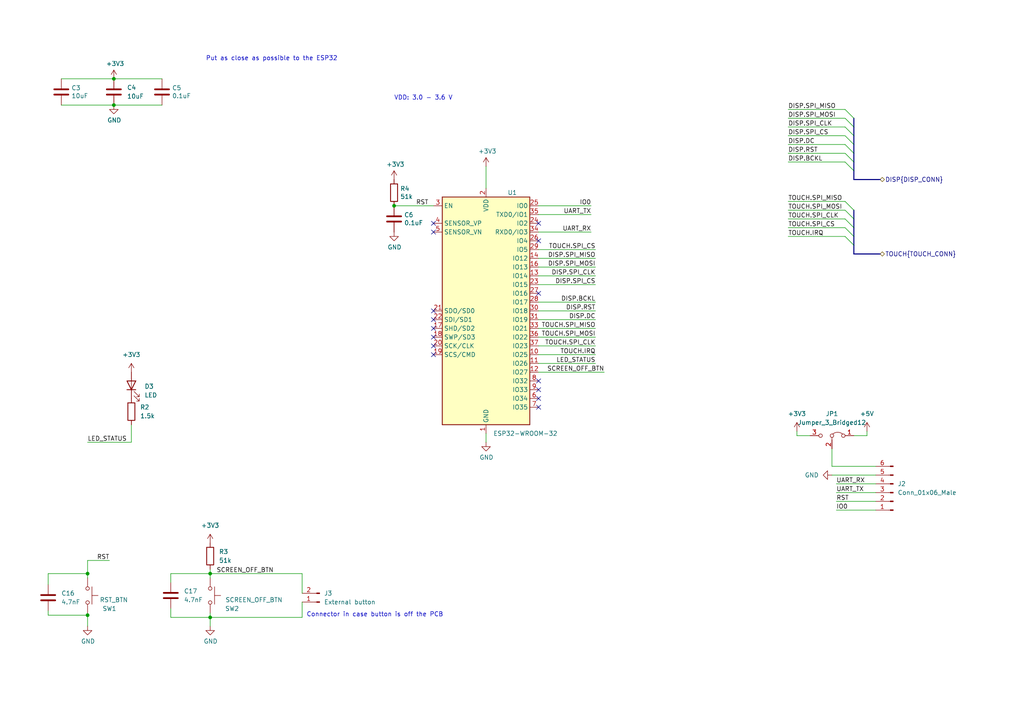
<source format=kicad_sch>
(kicad_sch (version 20211123) (generator eeschema)
  (paper "A4")
  (lib_symbols
    (symbol "Connector:Conn_01x02_Male" (pin_names (offset 1.016) hide)
      (property "Reference" "J" (at 0 2.54 0))
      (property "Value" "Conn_01x02_Male" (at 0 -5.08 0))
      (symbol "Conn_01x02_Male_1_1"
        (polyline (pts (xy 1.27 -2.54) (xy 0.8636 -2.54)) (stroke (width 0.1524)))
        (polyline (pts (xy 1.27 0) (xy 0.8636 0)) (stroke (width 0.1524)))
        (rectangle (start 0.8636 -2.413) (end 0 -2.667) (stroke (width 0.1524)) (fill (type outline)))
        (rectangle (start 0.8636 0.127) (end 0 -0.127) (stroke (width 0.1524)) (fill (type outline)))
        (pin passive line (at 5.08 0 180) (length 3.81) (name "Pin_1") (number "1"))
        (pin passive line (at 5.08 -2.54 180) (length 3.81) (name "Pin_2") (number "2"))
      )
    )
    (symbol "Connector:Conn_01x06_Male" (pin_names (offset 1.016) hide)
      (property "Reference" "J" (at 0 7.62 0))
      (property "Value" "Conn_01x06_Male" (at 0 -10.16 0))
      (symbol "Conn_01x06_Male_1_1"
        (polyline (pts (xy 1.27 -7.62) (xy 0.8636 -7.62)) (stroke (width 0.1524)))
        (polyline (pts (xy 1.27 -5.08) (xy 0.8636 -5.08)) (stroke (width 0.1524)))
        (polyline (pts (xy 1.27 -2.54) (xy 0.8636 -2.54)) (stroke (width 0.1524)))
        (polyline (pts (xy 1.27 0) (xy 0.8636 0)) (stroke (width 0.1524)))
        (polyline (pts (xy 1.27 2.54) (xy 0.8636 2.54)) (stroke (width 0.1524)))
        (polyline (pts (xy 1.27 5.08) (xy 0.8636 5.08)) (stroke (width 0.1524)))
        (rectangle (start 0.8636 -7.493) (end 0 -7.747) (stroke (width 0.1524)) (fill (type outline)))
        (rectangle (start 0.8636 -4.953) (end 0 -5.207) (stroke (width 0.1524)) (fill (type outline)))
        (rectangle (start 0.8636 -2.413) (end 0 -2.667) (stroke (width 0.1524)) (fill (type outline)))
        (rectangle (start 0.8636 0.127) (end 0 -0.127) (stroke (width 0.1524)) (fill (type outline)))
        (rectangle (start 0.8636 2.667) (end 0 2.413) (stroke (width 0.1524)) (fill (type outline)))
        (rectangle (start 0.8636 5.207) (end 0 4.953) (stroke (width 0.1524)) (fill (type outline)))
        (pin passive line (at 5.08 5.08 180) (length 3.81) (name "Pin_1") (number "1"))
        (pin passive line (at 5.08 2.54 180) (length 3.81) (name "Pin_2") (number "2"))
        (pin passive line (at 5.08 0 180) (length 3.81) (name "Pin_3") (number "3"))
        (pin passive line (at 5.08 -2.54 180) (length 3.81) (name "Pin_4") (number "4"))
        (pin passive line (at 5.08 -5.08 180) (length 3.81) (name "Pin_5") (number "5"))
        (pin passive line (at 5.08 -7.62 180) (length 3.81) (name "Pin_6") (number "6"))
      )
    )
    (symbol "Device:C" (pin_numbers hide) (pin_names (offset 0.254))
      (property "Reference" "C" (at 0.635 2.54 0))
      (property "Value" "C" (at 0.635 -2.54 0))
      (symbol "C_0_1"
        (polyline (pts (xy -2.032 -0.762) (xy 2.032 -0.762)) (stroke (width 0.508)))
        (polyline (pts (xy -2.032 0.762) (xy 2.032 0.762)) (stroke (width 0.508)))
      )
      (symbol "C_1_1"
        (pin passive line (at 0 3.81 270) (length 2.794) (name "~") (number "1"))
        (pin passive line (at 0 -3.81 90) (length 2.794) (name "~") (number "2"))
      )
    )
    (symbol "Device:LED" (pin_numbers hide) (pin_names (offset 1.016) hide)
      (property "Reference" "D" (at 0 2.54 0))
      (property "Value" "LED" (at 0 -2.54 0))
      (symbol "LED_0_1"
        (polyline (pts (xy -1.27 -1.27) (xy -1.27 1.27)) (stroke (width 0.254)))
        (polyline (pts (xy -1.27 0) (xy 1.27 0)))
        (polyline (pts (xy 1.27 -1.27) (xy 1.27 1.27) (xy -1.27 0) (xy 1.27 -1.27)) (stroke (width 0.254)))
        (polyline (pts (xy -3.048 -0.762) (xy -4.572 -2.286) (xy -3.81 -2.286) (xy -4.572 -2.286) (xy -4.572 -1.524)))
        (polyline (pts (xy -1.778 -0.762) (xy -3.302 -2.286) (xy -2.54 -2.286) (xy -3.302 -2.286) (xy -3.302 -1.524)))
      )
      (symbol "LED_1_1"
        (pin passive line (at -3.81 0 0) (length 2.54) (name "K") (number "1"))
        (pin passive line (at 3.81 0 180) (length 2.54) (name "A") (number "2"))
      )
    )
    (symbol "Device:R" (pin_numbers hide) (pin_names (offset 0))
      (property "Reference" "R" (at 2.032 0 90))
      (property "Value" "R" (at 0 0 90))
      (symbol "R_0_1"
        (rectangle (start -1.016 -2.54) (end 1.016 2.54) (stroke (width 0.254)))
      )
      (symbol "R_1_1"
        (pin passive line (at 0 3.81 270) (length 1.27) (name "~") (number "1"))
        (pin passive line (at 0 -3.81 90) (length 1.27) (name "~") (number "2"))
      )
    )
    (symbol "Jumper:Jumper_3_Bridged12" (pin_names (offset 0) hide)
      (property "Reference" "JP" (at -2.54 -2.54 0))
      (property "Value" "Jumper_3_Bridged12" (at 0 2.794 0))
      (symbol "Jumper_3_Bridged12_0_0"
        (circle (center -3.302 0) (radius 0.508))
        (circle (center 0 0) (radius 0.508))
        (circle (center 3.302 0) (radius 0.508))
      )
      (symbol "Jumper_3_Bridged12_0_1"
        (arc (start -0.254 0.508) (mid -1.651 0.9912) (end -3.048 0.508))
        (polyline (pts (xy 0 -1.27) (xy 0 -0.508)))
      )
      (symbol "Jumper_3_Bridged12_1_1"
        (pin passive line (at -6.35 0 0) (length 2.54) (name "A") (number "1"))
        (pin input line (at 0 -3.81 90) (length 2.54) (name "C") (number "2"))
        (pin passive line (at 6.35 0 180) (length 2.54) (name "B") (number "3"))
      )
    )
    (symbol "RF_Module:ESP32-WROOM-32"
      (property "Reference" "U" (at -12.7 34.29 0))
      (property "Value" "ESP32-WROOM-32" (at 1.27 34.29 0))
      (symbol "ESP32-WROOM-32_0_1"
        (rectangle (start -12.7 33.02) (end 12.7 -33.02) (stroke (width 0.254)) (fill (type background)))
      )
      (symbol "ESP32-WROOM-32_1_1"
        (pin power_in line (at 0 -35.56 90) (length 2.54) (name "GND") (number "1"))
        (pin bidirectional line (at 15.24 -12.7 180) (length 2.54) (name "IO25") (number "10"))
        (pin bidirectional line (at 15.24 -15.24 180) (length 2.54) (name "IO26") (number "11"))
        (pin bidirectional line (at 15.24 -17.78 180) (length 2.54) (name "IO27") (number "12"))
        (pin bidirectional line (at 15.24 10.16 180) (length 2.54) (name "IO14") (number "13"))
        (pin bidirectional line (at 15.24 15.24 180) (length 2.54) (name "IO12") (number "14"))
        (pin passive line (at 0 -35.56 90) (length 2.54) hide (name "GND") (number "15"))
        (pin bidirectional line (at 15.24 12.7 180) (length 2.54) (name "IO13") (number "16"))
        (pin bidirectional line (at -15.24 -5.08 0) (length 2.54) (name "SHD/SD2") (number "17"))
        (pin bidirectional line (at -15.24 -7.62 0) (length 2.54) (name "SWP/SD3") (number "18"))
        (pin bidirectional line (at -15.24 -12.7 0) (length 2.54) (name "SCS/CMD") (number "19"))
        (pin power_in line (at 0 35.56 270) (length 2.54) (name "VDD") (number "2"))
        (pin bidirectional line (at -15.24 -10.16 0) (length 2.54) (name "SCK/CLK") (number "20"))
        (pin bidirectional line (at -15.24 0 0) (length 2.54) (name "SDO/SD0") (number "21"))
        (pin bidirectional line (at -15.24 -2.54 0) (length 2.54) (name "SDI/SD1") (number "22"))
        (pin bidirectional line (at 15.24 7.62 180) (length 2.54) (name "IO15") (number "23"))
        (pin bidirectional line (at 15.24 25.4 180) (length 2.54) (name "IO2") (number "24"))
        (pin bidirectional line (at 15.24 30.48 180) (length 2.54) (name "IO0") (number "25"))
        (pin bidirectional line (at 15.24 20.32 180) (length 2.54) (name "IO4") (number "26"))
        (pin bidirectional line (at 15.24 5.08 180) (length 2.54) (name "IO16") (number "27"))
        (pin bidirectional line (at 15.24 2.54 180) (length 2.54) (name "IO17") (number "28"))
        (pin bidirectional line (at 15.24 17.78 180) (length 2.54) (name "IO5") (number "29"))
        (pin input line (at -15.24 30.48 0) (length 2.54) (name "EN") (number "3"))
        (pin bidirectional line (at 15.24 0 180) (length 2.54) (name "IO18") (number "30"))
        (pin bidirectional line (at 15.24 -2.54 180) (length 2.54) (name "IO19") (number "31"))
        (pin no_connect line (at -12.7 -27.94 0) (length 2.54) hide (name "NC") (number "32"))
        (pin bidirectional line (at 15.24 -5.08 180) (length 2.54) (name "IO21") (number "33"))
        (pin bidirectional line (at 15.24 22.86 180) (length 2.54) (name "RXD0/IO3") (number "34"))
        (pin bidirectional line (at 15.24 27.94 180) (length 2.54) (name "TXD0/IO1") (number "35"))
        (pin bidirectional line (at 15.24 -7.62 180) (length 2.54) (name "IO22") (number "36"))
        (pin bidirectional line (at 15.24 -10.16 180) (length 2.54) (name "IO23") (number "37"))
        (pin passive line (at 0 -35.56 90) (length 2.54) hide (name "GND") (number "38"))
        (pin passive line (at 0 -35.56 90) (length 2.54) hide (name "GND") (number "39"))
        (pin input line (at -15.24 25.4 0) (length 2.54) (name "SENSOR_VP") (number "4"))
        (pin input line (at -15.24 22.86 0) (length 2.54) (name "SENSOR_VN") (number "5"))
        (pin input line (at 15.24 -25.4 180) (length 2.54) (name "IO34") (number "6"))
        (pin input line (at 15.24 -27.94 180) (length 2.54) (name "IO35") (number "7"))
        (pin bidirectional line (at 15.24 -20.32 180) (length 2.54) (name "IO32") (number "8"))
        (pin bidirectional line (at 15.24 -22.86 180) (length 2.54) (name "IO33") (number "9"))
      )
    )
    (symbol "Switch:SW_Push" (pin_numbers hide) (pin_names (offset 1.016) hide)
      (property "Reference" "SW" (at 1.27 2.54 0))
      (property "Value" "SW_Push" (at 0 -1.524 0))
      (symbol "SW_Push_0_1"
        (circle (center -2.032 0) (radius 0.508))
        (polyline (pts (xy 0 1.27) (xy 0 3.048)))
        (polyline (pts (xy 2.54 1.27) (xy -2.54 1.27)))
        (circle (center 2.032 0) (radius 0.508))
        (pin passive line (at -5.08 0 0) (length 2.54) (name "1") (number "1"))
        (pin passive line (at 5.08 0 180) (length 2.54) (name "2") (number "2"))
      )
    )
    (symbol "power:+3.3V" (power) (pin_names (offset 0))
      (property "Value" "+3.3V" (at 0 3.556 0))
      (symbol "+3.3V_0_1"
        (polyline (pts (xy -0.762 1.27) (xy 0 2.54)))
        (polyline (pts (xy 0 0) (xy 0 2.54)))
        (polyline (pts (xy 0 2.54) (xy 0.762 1.27)))
      )
      (symbol "+3.3V_1_1"
        (pin power_in line (at 0 0 90) (length 0) hide (name "+3V3") (number "1"))
      )
    )
    (symbol "power:+5V" (power) (pin_names (offset 0))
      (property "Value" "+5V" (at 0 3.556 0))
      (symbol "+5V_0_1"
        (polyline (pts (xy -0.762 1.27) (xy 0 2.54)))
        (polyline (pts (xy 0 0) (xy 0 2.54)))
        (polyline (pts (xy 0 2.54) (xy 0.762 1.27)))
      )
      (symbol "+5V_1_1"
        (pin power_in line (at 0 0 90) (length 0) hide (name "+5V") (number "1"))
      )
    )
    (symbol "power:GND" (power) (pin_names (offset 0))
      (property "Value" "GND" (at 0 -3.81 0))
      (symbol "GND_0_1"
        (polyline (pts (xy 0 0) (xy 0 -1.27) (xy 1.27 -1.27) (xy 0 -2.54) (xy -1.27 -1.27) (xy 0 -1.27)))
      )
      (symbol "GND_1_1"
        (pin power_in line (at 0 0 270) (length 0) hide (name "GND") (number "1"))
      )
    )
  )
  (bus_alias "TOUCH_CONN" (members "SPI_MISO" "SPI_MOSI" "SPI_CLK" "SPI_CS" "IRQ"))
  (junction (at 33.02 22.86))
  (junction (at 60.96 166.37))
  (junction (at 60.96 179.07))
  (junction (at 25.4 166.37))
  (junction (at 25.4 178.435))
  (junction (at 114.3 59.69))
  (junction (at 33.02 30.48))
  (no_connect (at 125.73 97.79))
  (no_connect (at 125.73 95.25))
  (no_connect (at 156.21 115.57))
  (no_connect (at 156.21 118.11))
  (no_connect (at 125.73 67.31))
  (no_connect (at 125.73 100.33))
  (no_connect (at 156.21 64.77))
  (no_connect (at 156.21 110.49))
  (no_connect (at 125.73 90.17))
  (no_connect (at 156.21 85.09))
  (no_connect (at 125.73 64.77))
  (no_connect (at 156.21 69.85))
  (no_connect (at 125.73 92.71))
  (no_connect (at 125.73 102.87))
  (no_connect (at 156.21 113.03))
  (bus_entry (at 245.11 60.96) (size 2.54 2.54))
  (bus_entry (at 245.11 34.29) (size 2.54 2.54))
  (bus_entry (at 245.11 68.58) (size 2.54 2.54))
  (bus_entry (at 245.11 41.91) (size 2.54 2.54))
  (bus_entry (at 245.11 66.04) (size 2.54 2.54))
  (bus_entry (at 245.11 63.5) (size 2.54 2.54))
  (bus_entry (at 245.11 39.37) (size 2.54 2.54))
  (bus_entry (at 245.11 46.99) (size 2.54 2.54))
  (bus_entry (at 245.11 58.42) (size 2.54 2.54))
  (bus_entry (at 245.11 31.75) (size 2.54 2.54))
  (bus_entry (at 245.11 36.83) (size 2.54 2.54))
  (bus_entry (at 245.11 44.45) (size 2.54 2.54))
  (wire (pts (xy 245.11 60.96) (xy 228.6 60.96)))
  (wire (pts (xy 228.6 46.99) (xy 245.11 46.99)))
  (wire (pts (xy 33.02 22.86) (xy 46.99 22.86)))
  (wire (pts (xy 13.97 177.165) (xy 13.97 178.435)))
  (wire (pts (xy 60.96 179.07) (xy 60.96 177.8)))
  (wire (pts (xy 156.21 87.63) (xy 172.72 87.63)))
  (wire (pts (xy 156.21 80.01) (xy 172.72 80.01)))
  (wire (pts (xy 49.53 179.07) (xy 60.96 179.07)))
  (wire (pts (xy 49.53 179.07) (xy 49.53 176.53)))
  (wire (pts (xy 17.78 22.86) (xy 33.02 22.86)))
  (bus (pts (xy 247.65 39.37) (xy 247.65 41.91)))
  (wire (pts (xy 245.11 39.37) (xy 228.6 39.37)))
  (wire (pts (xy 49.53 166.37) (xy 60.96 166.37)))
  (wire (pts (xy 156.21 107.95) (xy 175.26 107.95)))
  (wire (pts (xy 241.3 137.795) (xy 254 137.795)))
  (bus (pts (xy 247.65 49.53) (xy 247.65 52.07)))
  (bus (pts (xy 247.65 60.96) (xy 247.65 63.5)))
  (wire (pts (xy 172.72 90.17) (xy 156.21 90.17)))
  (bus (pts (xy 247.65 73.66) (xy 255.27 73.66)))
  (wire (pts (xy 228.6 36.83) (xy 245.11 36.83)))
  (wire (pts (xy 242.57 147.955) (xy 254 147.955)))
  (wire (pts (xy 247.65 126.365) (xy 251.46 126.365)))
  (wire (pts (xy 228.6 31.75) (xy 245.11 31.75)))
  (wire (pts (xy 156.21 59.69) (xy 171.45 59.69)))
  (wire (pts (xy 172.72 77.47) (xy 156.21 77.47)))
  (bus (pts (xy 247.65 71.12) (xy 247.65 73.66)))
  (bus (pts (xy 247.65 46.99) (xy 247.65 49.53)))
  (wire (pts (xy 25.4 166.37) (xy 25.4 162.56)))
  (wire (pts (xy 228.6 41.91) (xy 245.11 41.91)))
  (wire (pts (xy 140.97 128.27) (xy 140.97 125.73)))
  (bus (pts (xy 247.65 34.29) (xy 247.65 36.83)))
  (wire (pts (xy 33.02 30.48) (xy 46.99 30.48)))
  (wire (pts (xy 87.63 174.625) (xy 87.63 179.07)))
  (bus (pts (xy 247.65 41.91) (xy 247.65 44.45)))
  (bus (pts (xy 247.65 63.5) (xy 247.65 66.04)))
  (wire (pts (xy 245.11 66.04) (xy 228.6 66.04)))
  (wire (pts (xy 13.97 169.545) (xy 13.97 166.37)))
  (wire (pts (xy 231.14 125.095) (xy 231.14 126.365)))
  (wire (pts (xy 172.72 72.39) (xy 156.21 72.39)))
  (wire (pts (xy 25.4 181.61) (xy 25.4 178.435)))
  (wire (pts (xy 156.21 62.23) (xy 171.45 62.23)))
  (wire (pts (xy 87.63 166.37) (xy 87.63 172.085)))
  (wire (pts (xy 17.78 30.48) (xy 33.02 30.48)))
  (wire (pts (xy 228.6 63.5) (xy 245.11 63.5)))
  (bus (pts (xy 247.65 36.83) (xy 247.65 39.37)))
  (wire (pts (xy 60.96 167.64) (xy 60.96 166.37)))
  (wire (pts (xy 38.1 128.27) (xy 25.4 128.27)))
  (wire (pts (xy 228.6 68.58) (xy 245.11 68.58)))
  (wire (pts (xy 13.97 166.37) (xy 25.4 166.37)))
  (wire (pts (xy 242.57 142.875) (xy 254 142.875)))
  (wire (pts (xy 245.11 34.29) (xy 228.6 34.29)))
  (wire (pts (xy 156.21 67.31) (xy 171.45 67.31)))
  (wire (pts (xy 140.97 48.26) (xy 140.97 54.61)))
  (wire (pts (xy 228.6 58.42) (xy 245.11 58.42)))
  (wire (pts (xy 60.96 166.37) (xy 60.96 165.1)))
  (wire (pts (xy 231.14 126.365) (xy 234.95 126.365)))
  (bus (pts (xy 247.65 44.45) (xy 247.65 46.99)))
  (wire (pts (xy 241.3 130.175) (xy 241.3 135.255)))
  (wire (pts (xy 25.4 162.56) (xy 31.75 162.56)))
  (wire (pts (xy 125.73 59.69) (xy 114.3 59.69)))
  (wire (pts (xy 25.4 178.435) (xy 25.4 177.8)))
  (wire (pts (xy 60.96 181.61) (xy 60.96 179.07)))
  (wire (pts (xy 242.57 140.335) (xy 254 140.335)))
  (wire (pts (xy 172.72 82.55) (xy 156.21 82.55)))
  (wire (pts (xy 49.53 168.91) (xy 49.53 166.37)))
  (wire (pts (xy 38.1 123.19) (xy 38.1 128.27)))
  (wire (pts (xy 156.21 105.41) (xy 172.72 105.41)))
  (bus (pts (xy 247.65 52.07) (xy 255.27 52.07)))
  (bus (pts (xy 247.65 66.04) (xy 247.65 68.58)))
  (wire (pts (xy 172.72 100.33) (xy 156.21 100.33)))
  (wire (pts (xy 60.96 166.37) (xy 87.63 166.37)))
  (wire (pts (xy 251.46 126.365) (xy 251.46 125.095)))
  (wire (pts (xy 25.4 167.64) (xy 25.4 166.37)))
  (wire (pts (xy 245.11 44.45) (xy 228.6 44.45)))
  (wire (pts (xy 242.57 145.415) (xy 254 145.415)))
  (wire (pts (xy 172.72 95.25) (xy 156.21 95.25)))
  (wire (pts (xy 156.21 92.71) (xy 172.72 92.71)))
  (wire (pts (xy 87.63 179.07) (xy 60.96 179.07)))
  (wire (pts (xy 156.21 97.79) (xy 172.72 97.79)))
  (bus (pts (xy 247.65 68.58) (xy 247.65 71.12)))
  (wire (pts (xy 241.3 135.255) (xy 254 135.255)))
  (wire (pts (xy 13.97 178.435) (xy 25.4 178.435)))
  (wire (pts (xy 156.21 102.87) (xy 172.72 102.87)))
  (wire (pts (xy 156.21 74.93) (xy 172.72 74.93)))
  (text "Put as close as possible to the ESP32" (at 59.69 17.78 0) (effects (font (size 1.27 1.27)) (justify left bottom)))
  (text "VDD: 3.0 - 3.6 V" (at 114.3 29.21 0) (effects (font (size 1.27 1.27)) (justify left bottom)))
  (text "Connector in case button is off the PCB" (at 88.9 179.07 0) (effects (font (size 1.27 1.27)) (justify left bottom)))
  (label "UART_TX" (at 171.45 62.23 180))
  (label "RST" (at 31.75 162.56 180))
  (label "SCREEN_OFF_BTN" (at 79.375 166.37 180))
  (label "DISP.BCKL" (at 172.72 87.63 180))
  (label "DISP.SPI_CS" (at 228.6 39.37 0))
  (label "UART_RX" (at 171.45 67.31 180))
  (label "TOUCH.SPI_MISO" (at 228.6 58.42 0))
  (label "TOUCH.IRQ" (at 228.6 68.58 0))
  (label "IO0" (at 242.57 147.955 0))
  (label "DISP.SPI_CLK" (at 172.72 80.01 180))
  (label "TOUCH.SPI_CS" (at 228.6 66.04 0))
  (label "DISP.SPI_MOSI" (at 172.72 77.47 180))
  (label "LED_STATUS" (at 172.72 105.41 180))
  (label "TOUCH.SPI_CLK" (at 228.6 63.5 0))
  (label "DISP.SPI_CLK" (at 228.6 36.83 0))
  (label "DISP.DC" (at 228.6 41.91 0))
  (label "TOUCH.SPI_MISO" (at 172.72 95.25 180))
  (label "TOUCH.SPI_CLK" (at 172.72 100.33 180))
  (label "TOUCH.SPI_MOSI" (at 228.6 60.96 0))
  (label "DISP.BCKL" (at 228.6 46.99 0))
  (label "DISP.DC" (at 172.72 92.71 180))
  (label "DISP.SPI_MISO" (at 228.6 31.75 0))
  (label "LED_STATUS" (at 25.4 128.27 0))
  (label "DISP.SPI_MOSI" (at 228.6 34.29 0))
  (label "UART_RX" (at 242.57 140.335 0))
  (label "RST" (at 242.57 145.415 0))
  (label "DISP.SPI_CS" (at 172.72 82.55 180))
  (label "UART_TX" (at 242.57 142.875 0))
  (label "DISP.SPI_MISO" (at 172.72 74.93 180))
  (label "RST" (at 120.65 59.69 0))
  (label "DISP.RST" (at 228.6 44.45 0))
  (label "TOUCH.IRQ" (at 172.72 102.87 180))
  (label "TOUCH.SPI_CS" (at 172.72 72.39 180))
  (label "DISP.RST" (at 172.72 90.17 180))
  (label "IO0" (at 171.45 59.69 180))
  (label "TOUCH.SPI_MOSI" (at 172.72 97.79 180))
  (label "SCREEN_OFF_BTN" (at 175.26 107.95 180))
  (hierarchical_label "DISP{DISP_CONN}" (shape bidirectional) (at 255.27 52.07 0))
  (hierarchical_label "TOUCH{TOUCH_CONN}" (shape bidirectional) (at 255.27 73.66 0))
  (symbol (lib_id "RF_Module:ESP32-WROOM-32") (at 140.97 90.17 0) (unit 1)
    (property "Reference" "U1" (at 148.59 55.88 0))
    (property "Value" "ESP32-WROOM-32" (at 152.4 125.73 0))
    (property "Footprint" "RF_Module:ESP32-WROOM-32" (effects hide))
    (property "Datasheet" "https://www.espressif.com/sites/default/files/documentation/esp32-wroom-32_datasheet_en.pdf" (effects hide))
  )
  (symbol (lib_id "Device:R") (at 114.3 55.88 0) (unit 1)
    (property "Reference" "R4" (at 116.078 54.7116 0) (effects (justify left)))
    (property "Value" "51k" (at 116.078 57.023 0) (effects (justify left)))
    (property "Footprint" "Resistor_SMD:R_0603_1608Metric_Pad0.98x0.95mm_HandSolder" (effects hide))
  )
  (symbol (lib_id "Device:C") (at 114.3 63.5 0) (unit 1)
    (property "Reference" "C6" (at 117.221 62.3316 0) (effects (justify left)))
    (property "Value" "0.1uF" (at 117.221 64.643 0) (effects (justify left)))
    (property "Footprint" "Capacitor_SMD:C_0603_1608Metric_Pad1.08x0.95mm_HandSolder" (effects hide))
  )
  (symbol (lib_id "power:GND") (at 114.3 67.31 0) (unit 1)
    (property "Reference" "#PWR017" (effects hide))
    (property "Value" "GND" (at 114.427 71.7042 0))
  )
  (symbol (lib_id "power:+3.3V") (at 114.3 52.07 0) (unit 1)
    (property "Reference" "#PWR016" (effects hide))
    (property "Value" "+3.3V" (at 114.681 47.6758 0))
  )
  (symbol (lib_id "power:+3.3V") (at 140.97 48.26 0) (unit 1)
    (property "Reference" "#PWR018" (effects hide))
    (property "Value" "+3.3V" (at 141.351 43.8658 0))
  )
  (symbol (lib_id "power:GND") (at 140.97 128.27 0) (unit 1)
    (property "Reference" "#PWR019" (effects hide))
    (property "Value" "GND" (at 141.097 132.6642 0))
  )
  (symbol (lib_id "Device:C") (at 17.78 26.67 0) (unit 1)
    (property "Reference" "C3" (at 20.701 25.5016 0) (effects (justify left)))
    (property "Value" "10uF" (at 20.701 27.813 0) (effects (justify left)))
    (property "Footprint" "Capacitor_SMD:C_0603_1608Metric_Pad1.08x0.95mm_HandSolder" (effects hide))
  )
  (symbol (lib_id "Device:C") (at 46.99 26.67 0) (unit 1)
    (property "Reference" "C5" (at 49.911 25.5016 0) (effects (justify left)))
    (property "Value" "0.1uF" (at 49.911 27.813 0) (effects (justify left)))
    (property "Footprint" "Capacitor_SMD:C_0603_1608Metric_Pad1.08x0.95mm_HandSolder" (effects hide))
  )
  (symbol (lib_id "power:GND") (at 33.02 30.48 0) (unit 1)
    (property "Reference" "#PWR012" (effects hide))
    (property "Value" "GND" (at 33.147 34.8742 0))
  )
  (symbol (lib_id "power:+3.3V") (at 33.02 22.86 0) (unit 1)
    (property "Reference" "#PWR011" (effects hide))
    (property "Value" "+3.3V" (at 33.401 18.4658 0))
  )
  (symbol (lib_id "Switch:SW_Push") (at 25.4 172.72 270) (unit 1)
    (property "Reference" "SW1" (at 31.75 176.53 90))
    (property "Value" "RST_BTN" (at 33.02 173.99 90))
    (property "Footprint" "myLib:SW_SPST_PTS810" (effects hide))
  )
  (symbol (lib_id "power:GND") (at 25.4 181.61 0) (unit 1)
    (property "Reference" "#PWR010" (effects hide))
    (property "Value" "GND" (at 25.527 186.0042 0))
  )
  (symbol (lib_id "Switch:SW_Push") (at 60.96 172.72 270) (unit 1)
    (property "Reference" "SW2" (at 67.31 176.53 90))
    (property "Value" "SCREEN_OFF_BTN" (at 73.66 173.99 90))
    (property "Footprint" "myLib:SW_SPST_PTS810" (effects hide))
  )
  (symbol (lib_id "power:GND") (at 60.96 181.61 0) (unit 1)
    (property "Reference" "#PWR015" (effects hide))
    (property "Value" "GND" (at 61.087 186.0042 0))
  )
  (symbol (lib_id "Device:LED") (at 38.1 111.76 90) (unit 1)
    (property "Reference" "D3" (at 41.91 112.0774 90) (effects (justify right)))
    (property "Value" "LED" (at 41.91 114.6174 90) (effects (justify right)))
    (property "Footprint" "Diode_SMD:D_0603_1608Metric_Pad1.05x0.95mm_HandSolder" (effects hide))
  )
  (symbol (lib_id "Device:C") (at 33.02 26.67 0) (unit 1)
    (property "Reference" "C4" (at 36.83 25.3999 0) (effects (justify left)))
    (property "Value" "10uF" (at 36.83 27.9399 0) (effects (justify left)))
    (property "Footprint" "Capacitor_SMD:C_0603_1608Metric_Pad1.08x0.95mm_HandSolder" (effects hide))
  )
  (symbol (lib_id "power:+5V") (at 251.46 125.095 0) (unit 1)
    (property "Reference" "#PWR022" (effects hide))
    (property "Value" "+5V" (at 251.46 120.015 0))
  )
  (symbol (lib_id "Connector:Conn_01x02_Male") (at 92.71 174.625 180) (unit 1)
    (property "Reference" "J3" (at 93.98 172.0849 0) (effects (justify right)))
    (property "Value" "External button" (at 93.98 174.6249 0) (effects (justify right)))
    (property "Footprint" "Connector_PinHeader_2.54mm:PinHeader_1x02_P2.54mm_Vertical" (effects hide))
  )
  (symbol (lib_id "Device:C") (at 13.97 173.355 0) (unit 1)
    (property "Reference" "C16" (at 17.78 172.0849 0) (effects (justify left)))
    (property "Value" "4.7nF" (at 17.78 174.6249 0) (effects (justify left)))
    (property "Footprint" "Capacitor_SMD:C_0603_1608Metric_Pad1.08x0.95mm_HandSolder" (effects hide))
  )
  (symbol (lib_id "power:GND") (at 241.3 137.795 270) (unit 1)
    (property "Reference" "#PWR021" (effects hide))
    (property "Value" "GND" (at 237.49 137.7949 90) (effects (justify right)))
  )
  (symbol (lib_id "power:+3.3V") (at 60.96 157.48 0) (unit 1)
    (property "Reference" "#PWR014" (effects hide))
    (property "Value" "+3.3V" (at 60.96 152.4 0))
  )
  (symbol (lib_id "power:+3.3V") (at 38.1 107.95 0) (unit 1)
    (property "Reference" "#PWR013" (effects hide))
    (property "Value" "+3.3V" (at 38.1 102.87 0))
  )
  (symbol (lib_id "Jumper:Jumper_3_Bridged12") (at 241.3 126.365 0) (mirror y) (unit 1)
    (property "Reference" "JP1" (at 241.3 120.015 0))
    (property "Value" "Jumper_3_Bridged12" (at 241.3 122.555 0))
    (property "Footprint" "Jumper:SolderJumper-3_P1.3mm_Bridged12_RoundedPad1.0x1.5mm" (effects hide))
  )
  (symbol (lib_id "Device:R") (at 60.96 161.29 0) (unit 1)
    (property "Reference" "R3" (at 63.5 160.0199 0) (effects (justify left)))
    (property "Value" "51k" (at 63.5 162.5599 0) (effects (justify left)))
    (property "Footprint" "Resistor_SMD:R_0603_1608Metric_Pad0.98x0.95mm_HandSolder" (effects hide))
  )
  (symbol (lib_id "Connector:Conn_01x06_Male") (at 259.08 142.875 180) (unit 1)
    (property "Reference" "J2" (at 260.35 140.3349 0) (effects (justify right)))
    (property "Value" "Conn_01x06_Male" (at 260.35 142.8749 0) (effects (justify right)))
    (property "Footprint" "Connector_PinHeader_2.54mm:PinHeader_1x06_P2.54mm_Horizontal" (effects hide))
  )
  (symbol (lib_id "Device:R") (at 38.1 119.38 0) (unit 1)
    (property "Reference" "R2" (at 40.64 118.1099 0) (effects (justify left)))
    (property "Value" "1.5k" (at 40.64 120.6499 0) (effects (justify left)))
    (property "Footprint" "Resistor_SMD:R_0603_1608Metric_Pad0.98x0.95mm_HandSolder" (effects hide))
  )
  (symbol (lib_id "power:+3.3V") (at 231.14 125.095 0) (unit 1)
    (property "Reference" "#PWR020" (effects hide))
    (property "Value" "+3.3V" (at 231.14 120.015 0))
  )
  (symbol (lib_id "Device:C") (at 49.53 172.72 0) (unit 1)
    (property "Reference" "C17" (at 53.34 171.4499 0) (effects (justify left)))
    (property "Value" "4.7nF" (at 53.34 173.9899 0) (effects (justify left)))
    (property "Footprint" "Capacitor_SMD:C_0603_1608Metric_Pad1.08x0.95mm_HandSolder" (effects hide))
  )
)
</source>
